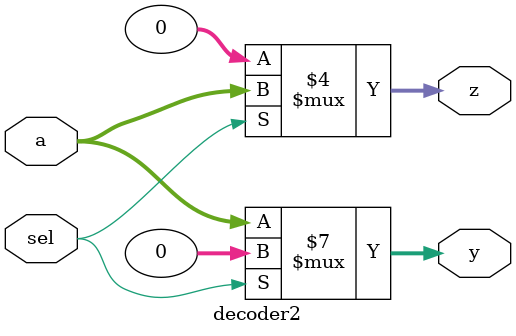
<source format=sv>
module decoder2 #(parameter width = 32)
(
	input sel,
	input [width-1:0] a,
	output logic [width-1:0] y, z
);

always_comb
begin
	if(sel == 0) begin
		y = a;
		z = 1'b0;
	end
	else begin
		z = a;
		y = 1'b0;
	end
end

endmodule : decoder2
</source>
